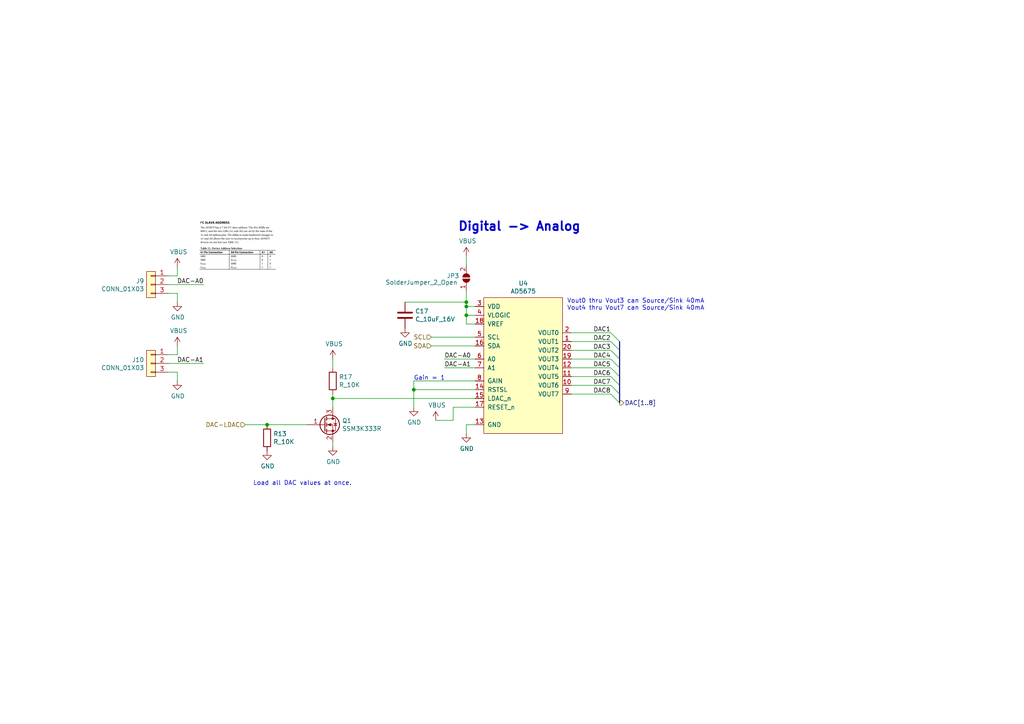
<source format=kicad_sch>
(kicad_sch (version 20211123) (generator eeschema)
  (paper "A4")
  (lib_symbols
    (symbol "Jumper:SolderJumper_2_Open" (pin_names (offset 0) hide)
      (property "Reference" "JP" (at 0 2.032 0))
      (property "Value" "SolderJumper_2_Open" (at 0 -2.54 0))
      (symbol "SolderJumper_2_Open_0_1"
        (arc (start -0.254 1.016) (mid -1.27 0) (end -0.254 -1.016))
        (arc (start -0.254 1.016) (mid -1.27 0) (end -0.254 -1.016) (fill (type outline)))
        (polyline (pts (xy -0.254 1.016) (xy -0.254 -1.016)))
        (polyline (pts (xy 0.254 1.016) (xy 0.254 -1.016)))
        (arc (start 0.254 -1.016) (mid 1.27 0) (end 0.254 1.016))
        (arc (start 0.254 -1.016) (mid 1.27 0) (end 0.254 1.016) (fill (type outline)))
      )
      (symbol "SolderJumper_2_Open_1_1"
        (pin passive line (at -3.81 0 0) (length 2.54) (name "A") (number "1"))
        (pin passive line (at 3.81 0 180) (length 2.54) (name "B") (number "2"))
      )
    )
    (symbol "formula:AD5675" (pin_names (offset 1.016))
      (property "Reference" "U" (at 20.32 40.64 0))
      (property "Value" "AD5675" (at 0 40.64 0))
      (symbol "AD5675_0_0"
        (pin output line (at 25.4 26.67 180) (length 2.54) (name "VOUT1") (number "1"))
        (pin output line (at 25.4 13.97 180) (length 2.54) (name "VOUT6") (number "10"))
        (pin output line (at 25.4 16.51 180) (length 2.54) (name "VOUT5") (number "11"))
        (pin output line (at 25.4 19.05 180) (length 2.54) (name "VOUT4") (number "12"))
        (pin power_in line (at -2.54 2.54 0) (length 2.54) (name "GND") (number "13"))
        (pin input line (at -2.54 12.7 0) (length 2.54) (name "RSTSL") (number "14"))
        (pin input line (at -2.54 10.16 0) (length 2.54) (name "LDAC_n") (number "15"))
        (pin bidirectional line (at -2.54 25.4 0) (length 2.54) (name "SDA") (number "16"))
        (pin input line (at -2.54 7.62 0) (length 2.54) (name "RESET_n") (number "17"))
        (pin power_in line (at -2.54 31.75 0) (length 2.54) (name "VREF") (number "18"))
        (pin output line (at 25.4 21.59 180) (length 2.54) (name "VOUT3") (number "19"))
        (pin output line (at 25.4 29.21 180) (length 2.54) (name "VOUT0") (number "2"))
        (pin output line (at 25.4 24.13 180) (length 2.54) (name "VOUT2") (number "20"))
        (pin power_in line (at -2.54 36.83 0) (length 2.54) (name "VDD") (number "3"))
        (pin power_in line (at -2.54 34.29 0) (length 2.54) (name "VLOGIC") (number "4"))
        (pin bidirectional line (at -2.54 27.94 0) (length 2.54) (name "SCL") (number "5"))
        (pin input line (at -2.54 21.59 0) (length 2.54) (name "A0") (number "6"))
        (pin input line (at -2.54 19.05 0) (length 2.54) (name "A1") (number "7"))
        (pin input line (at -2.54 15.24 0) (length 2.54) (name "GAIN") (number "8"))
        (pin output line (at 25.4 11.43 180) (length 2.54) (name "VOUT7") (number "9"))
      )
      (symbol "AD5675_0_1"
        (rectangle (start 0 0) (end 22.86 39.37) (fill (type background)))
      )
    )
    (symbol "formula:CONN_01X03" (pin_names (offset 0.0254) hide)
      (property "Reference" "J" (at 0 5.08 0))
      (property "Value" "CONN_01X03" (at 0 -5.08 0))
      (symbol "CONN_01X03_0_1"
        (rectangle (start -2.54 -2.413) (end -1.27 -2.667))
        (rectangle (start -2.54 0.127) (end -1.27 -0.127))
        (rectangle (start -2.54 2.667) (end -1.27 2.413))
        (rectangle (start -2.54 3.81) (end 0 -3.81) (fill (type background)))
      )
      (symbol "CONN_01X03_1_1"
        (pin passive line (at -6.35 2.54 0) (length 3.81) (name "P1") (number "1"))
        (pin passive line (at -6.35 0 0) (length 3.81) (name "P2") (number "2"))
        (pin passive line (at -6.35 -2.54 0) (length 3.81) (name "P3") (number "3"))
      )
    )
    (symbol "formula:C_10uF_16V" (pin_numbers hide) (pin_names (offset 0.254))
      (property "Reference" "C" (at 0.635 2.54 0))
      (property "Value" "C_10uF_16V" (at 0.635 -2.54 0))
      (symbol "C_10uF_16V_0_1"
        (polyline (pts (xy -2.032 -0.762) (xy 2.032 -0.762)) (stroke (width 0.508)))
        (polyline (pts (xy -2.032 0.762) (xy 2.032 0.762)) (stroke (width 0.508)))
      )
      (symbol "C_10uF_16V_1_1"
        (pin passive line (at 0 3.81 270) (length 2.794) (name "~") (number "1"))
        (pin passive line (at 0 -3.81 90) (length 2.794) (name "~") (number "2"))
      )
    )
    (symbol "formula:R_10K" (pin_numbers hide) (pin_names (offset 0))
      (property "Reference" "R" (at 2.032 0 90))
      (property "Value" "R_10K" (at -2.54 0 90))
      (symbol "R_10K_0_1"
        (rectangle (start -1.016 -2.54) (end 1.016 2.54) (stroke (width 0.254)))
      )
      (symbol "R_10K_1_1"
        (pin passive line (at 0 3.81 270) (length 1.27) (name "~") (number "1"))
        (pin passive line (at 0 -3.81 90) (length 1.27) (name "~") (number "2"))
      )
    )
    (symbol "formula:SSM3K333R" (pin_names (offset 0) hide)
      (property "Reference" "Q" (at 5.08 1.905 0))
      (property "Value" "SSM3K333R" (at 5.08 0 0))
      (symbol "SSM3K333R_0_1"
        (polyline (pts (xy 0.762 -1.778) (xy 2.54 -1.778)))
        (polyline (pts (xy 0.762 -1.27) (xy 0.762 -2.286)) (stroke (width 0.254)))
        (polyline (pts (xy 0.762 0) (xy 2.54 0)))
        (polyline (pts (xy 0.762 0.508) (xy 0.762 -0.508)) (stroke (width 0.254)))
        (polyline (pts (xy 0.762 1.778) (xy 2.54 1.778)))
        (polyline (pts (xy 0.762 2.286) (xy 0.762 1.27)) (stroke (width 0.254)))
        (polyline (pts (xy 2.54 -1.778) (xy 2.54 -2.54)))
        (polyline (pts (xy 2.54 -1.778) (xy 2.54 0)))
        (polyline (pts (xy 2.54 2.54) (xy 2.54 1.778)))
        (polyline (pts (xy 0.254 1.905) (xy 0.254 -1.905) (xy 0.254 -1.905)) (stroke (width 0.254)))
        (polyline (pts (xy 1.016 0) (xy 2.032 0.381) (xy 2.032 -0.381) (xy 1.016 0)) (fill (type outline)))
        (polyline (pts (xy 2.54 -1.778) (xy 3.302 -1.778) (xy 3.302 1.778) (xy 2.54 1.778)))
        (polyline (pts (xy 2.794 0.508) (xy 2.921 0.381) (xy 3.683 0.381) (xy 3.81 0.254)))
        (polyline (pts (xy 3.302 0.381) (xy 2.921 -0.254) (xy 3.683 -0.254) (xy 3.302 0.381)))
        (circle (center 1.651 0) (radius 2.8194) (stroke (width 0.254)))
        (circle (center 2.54 -1.778) (radius 0.2794) (fill (type outline)))
        (circle (center 2.54 1.778) (radius 0.2794) (fill (type outline)))
      )
      (symbol "SSM3K333R_1_1"
        (pin input line (at -5.08 0 0) (length 5.334) (name "G") (number "1"))
        (pin passive line (at 2.54 -5.08 90) (length 2.54) (name "S") (number "2"))
        (pin passive line (at 2.54 5.08 270) (length 2.54) (name "D") (number "3"))
      )
    )
    (symbol "power:GND" (power) (pin_names (offset 0))
      (property "Value" "GND" (at 0 -3.81 0))
      (symbol "GND_0_1"
        (polyline (pts (xy 0 0) (xy 0 -1.27) (xy 1.27 -1.27) (xy 0 -2.54) (xy -1.27 -1.27) (xy 0 -1.27)))
      )
      (symbol "GND_1_1"
        (pin power_in line (at 0 0 270) (length 0) hide (name "GND") (number "1"))
      )
    )
    (symbol "power:VBUS" (power) (pin_names (offset 0))
      (property "Value" "VBUS" (at 0 3.81 0))
      (symbol "VBUS_0_1"
        (polyline (pts (xy -0.762 1.27) (xy 0 2.54)))
        (polyline (pts (xy 0 0) (xy 0 2.54)))
        (polyline (pts (xy 0 2.54) (xy 0.762 1.27)))
      )
      (symbol "VBUS_1_1"
        (pin power_in line (at 0 0 90) (length 0) hide (name "VBUS") (number "1"))
      )
    )
  )
  (junction (at 135.255 88.9))
  (junction (at 77.47 123.19))
  (junction (at 96.52 115.57))
  (junction (at 135.255 87.63))
  (junction (at 120.015 113.03))
  (junction (at 135.255 91.44))
  (bus_entry (at 177.165 114.3) (size 2.54 2.54))
  (bus_entry (at 177.165 111.76) (size 2.54 2.54))
  (bus_entry (at 177.165 109.22) (size 2.54 2.54))
  (bus_entry (at 177.165 106.68) (size 2.54 2.54))
  (bus_entry (at 177.165 96.52) (size 2.54 2.54))
  (bus_entry (at 177.165 99.06) (size 2.54 2.54))
  (bus_entry (at 177.165 101.6) (size 2.54 2.54))
  (bus_entry (at 177.165 104.14) (size 2.54 2.54))
  (wire (pts (xy 71.12 123.19) (xy 77.47 123.19)))
  (wire (pts (xy 165.735 111.76) (xy 177.165 111.76)))
  (wire (pts (xy 131.445 121.92) (xy 131.445 118.11)))
  (bus (pts (xy 179.705 101.6) (xy 179.705 104.14)))
  (bus (pts (xy 179.705 99.06) (xy 179.705 101.6)))
  (bus (pts (xy 179.705 106.68) (xy 179.705 109.22)))
  (wire (pts (xy 165.735 99.06) (xy 177.165 99.06)))
  (wire (pts (xy 137.795 88.9) (xy 135.255 88.9)))
  (wire (pts (xy 117.475 87.63) (xy 135.255 87.63)))
  (wire (pts (xy 120.015 113.03) (xy 137.795 113.03)))
  (wire (pts (xy 77.47 123.19) (xy 88.9 123.19)))
  (wire (pts (xy 135.255 84.455) (xy 135.255 87.63)))
  (bus (pts (xy 179.705 104.14) (xy 179.705 106.68)))
  (wire (pts (xy 165.735 96.52) (xy 177.165 96.52)))
  (wire (pts (xy 96.52 115.57) (xy 137.795 115.57)))
  (wire (pts (xy 96.52 114.3) (xy 96.52 115.57)))
  (bus (pts (xy 179.705 114.3) (xy 179.705 116.84)))
  (wire (pts (xy 120.015 110.49) (xy 120.015 113.03)))
  (wire (pts (xy 48.895 107.95) (xy 51.435 107.95)))
  (wire (pts (xy 51.435 100.33) (xy 51.435 102.87)))
  (wire (pts (xy 120.015 118.11) (xy 120.015 113.03)))
  (bus (pts (xy 179.705 109.22) (xy 179.705 111.76)))
  (wire (pts (xy 51.435 80.01) (xy 48.895 80.01)))
  (wire (pts (xy 126.365 121.92) (xy 131.445 121.92)))
  (wire (pts (xy 51.435 77.47) (xy 51.435 80.01)))
  (wire (pts (xy 135.255 87.63) (xy 135.255 88.9)))
  (wire (pts (xy 125.095 97.79) (xy 137.795 97.79)))
  (wire (pts (xy 51.435 107.95) (xy 51.435 110.49)))
  (wire (pts (xy 96.52 129.54) (xy 96.52 128.27)))
  (wire (pts (xy 51.435 102.87) (xy 48.895 102.87)))
  (wire (pts (xy 131.445 118.11) (xy 137.795 118.11)))
  (wire (pts (xy 59.055 82.55) (xy 48.895 82.55)))
  (wire (pts (xy 125.095 100.33) (xy 137.795 100.33)))
  (wire (pts (xy 96.52 104.14) (xy 96.52 106.68)))
  (wire (pts (xy 137.795 106.68) (xy 128.905 106.68)))
  (bus (pts (xy 179.705 111.76) (xy 179.705 114.3)))
  (wire (pts (xy 165.735 109.22) (xy 177.165 109.22)))
  (wire (pts (xy 135.255 93.98) (xy 135.255 91.44)))
  (wire (pts (xy 135.255 123.19) (xy 135.255 125.73)))
  (wire (pts (xy 137.795 123.19) (xy 135.255 123.19)))
  (wire (pts (xy 165.735 101.6) (xy 177.165 101.6)))
  (wire (pts (xy 51.435 85.09) (xy 51.435 87.63)))
  (wire (pts (xy 135.255 74.295) (xy 135.255 76.835)))
  (wire (pts (xy 135.255 88.9) (xy 135.255 91.44)))
  (wire (pts (xy 165.735 104.14) (xy 177.165 104.14)))
  (wire (pts (xy 128.905 104.14) (xy 137.795 104.14)))
  (wire (pts (xy 135.255 91.44) (xy 137.795 91.44)))
  (wire (pts (xy 165.735 114.3) (xy 177.165 114.3)))
  (wire (pts (xy 165.735 106.68) (xy 177.165 106.68)))
  (wire (pts (xy 137.795 93.98) (xy 135.255 93.98)))
  (wire (pts (xy 59.055 105.41) (xy 48.895 105.41)))
  (wire (pts (xy 96.52 115.57) (xy 96.52 118.11)))
  (wire (pts (xy 120.015 110.49) (xy 137.795 110.49)))
  (wire (pts (xy 48.895 85.09) (xy 51.435 85.09)))
  (image (at 68.961 71.12) (scale 0.5))
  (text "Vout0 thru Vout3 can Source/Sink 40mA\nVout4 thru Vout7 can Source/Sink 40mA " (at 164.465 90.17 0) (effects (font (size 1.27 1.27)) (justify left bottom)))
  (text "Load all DAC values at once." (at 73.406 140.97 0) (effects (font (size 1.27 1.27)) (justify left bottom)))
  (text "Digital -> Analog" (at 132.715 67.31 0) (effects (font (size 2.54 2.54) (thickness 0.508) bold) (justify left bottom)))
  (text "Gain = 1" (at 120.015 110.49 0) (effects (font (size 1.27 1.27)) (justify left bottom)))
  (label "DAC-A1" (at 128.905 106.68 0))
  (label "DAC1" (at 172.085 96.52 0))
  (label "DAC5" (at 172.085 106.68 0))
  (label "DAC3" (at 172.085 101.6 0))
  (label "DAC-A0" (at 59.055 82.55 180))
  (label "DAC-A1" (at 59.055 105.41 180))
  (label "DAC4" (at 172.085 104.14 0))
  (label "DAC7" (at 172.085 111.76 0))
  (label "DAC2" (at 172.085 99.06 0))
  (label "DAC6" (at 172.085 109.22 0))
  (label "DAC8" (at 172.085 114.3 0))
  (label "DAC-A0" (at 128.905 104.14 0))
  (hierarchical_label "DAC[1..8]" (shape output) (at 179.705 116.84 0))
  (hierarchical_label "DAC-LDAC" (shape input) (at 71.12 123.19 180))
  (hierarchical_label "SDA" (shape input) (at 125.095 100.33 180))
  (hierarchical_label "SCL" (shape input) (at 125.095 97.79 180))
  (symbol (lib_id "power:GND") (at 96.52 129.54 0) (unit 1)
    (property "Reference" "#PWR?" (effects hide))
    (property "Value" "GND" (at 96.647 133.9342 0))
  )
  (symbol (lib_id "power:GND") (at 51.435 87.63 0) (unit 1)
    (property "Reference" "#PWR?" (effects hide))
    (property "Value" "GND" (at 51.562 92.0242 0))
  )
  (symbol (lib_id "formula:R_10K") (at 77.47 127 0) (unit 1)
    (property "Reference" "R13" (at 79.248 125.8316 0) (effects (justify left)))
    (property "Value" "R_10K" (at 79.248 128.143 0) (effects (justify left)))
    (property "Footprint" "footprints:R_0805_OEM" (effects hide))
    (property "Datasheet" "http://www.bourns.com/data/global/pdfs/CRS.pdf" (effects hide))
    (property "MFN" "DK" (effects hide))
    (property "MPN" "CRS0805-FX-1002ELFCT-ND" (effects hide))
    (property "PurchasingLink" "https://www.digikey.com/products/en?keywords=CRS0805-FX-1002ELFCT-ND" (effects hide))
  )
  (symbol (lib_id "power:GND") (at 135.255 125.73 0) (unit 1)
    (property "Reference" "#PWR?" (effects hide))
    (property "Value" "GND" (at 135.382 130.1242 0))
  )
  (symbol (lib_id "power:GND") (at 120.015 118.11 0) (unit 1)
    (property "Reference" "#PWR?" (effects hide))
    (property "Value" "GND" (at 120.142 122.5042 0))
  )
  (symbol (lib_id "formula:R_10K") (at 96.52 110.49 0) (unit 1)
    (property "Reference" "R17" (at 98.298 109.3216 0) (effects (justify left)))
    (property "Value" "R_10K" (at 98.298 111.633 0) (effects (justify left)))
    (property "Footprint" "footprints:R_0805_OEM" (effects hide))
    (property "Datasheet" "http://www.bourns.com/data/global/pdfs/CRS.pdf" (effects hide))
    (property "MFN" "DK" (effects hide))
    (property "MPN" "CRS0805-FX-1002ELFCT-ND" (effects hide))
    (property "PurchasingLink" "https://www.digikey.com/products/en?keywords=CRS0805-FX-1002ELFCT-ND" (effects hide))
  )
  (symbol (lib_id "Jumper:SolderJumper_2_Open") (at 135.255 80.645 90) (unit 1)
    (property "Reference" "JP3" (at 129.54 80.01 90) (effects (justify right)))
    (property "Value" "SolderJumper_2_Open" (at 111.76 81.915 90) (effects (justify right)))
    (property "Footprint" "Jumper:SolderJumper-2_P1.3mm_Open_RoundedPad1.0x1.5mm" (effects hide))
  )
  (symbol (lib_id "formula:CONN_01X03") (at 42.545 105.41 0) (mirror y) (unit 1)
    (property "Reference" "J10" (at 41.8338 104.3686 0) (effects (justify left)))
    (property "Value" "CONN_01X03" (at 41.8338 106.68 0) (effects (justify left)))
    (property "Footprint" "footprints:PinHeader_1x03_P2.54mm_Vertical" (effects hide))
    (property "Datasheet" "https://www.mouser.com/datasheet/2/181/M20-999-1218971.pdf" (effects hide))
    (property "MFN" "Mouser" (effects hide))
    (property "MPN" "855-M20-9990346" (effects hide))
    (property "PurchasingLink" "https://www.mouser.com/ProductDetail/Harwin/M20-9990346?qs=sGAEpiMZZMs%252bGHln7q6pmzlZUuX%2f53qj1ROyRKct5o4%3d" (effects hide))
  )
  (symbol (lib_id "formula:AD5675") (at 140.335 125.73 0) (unit 1)
    (property "Reference" "U4" (at 151.765 82.169 0))
    (property "Value" "AD5675" (at 151.765 84.4804 0))
    (property "Footprint" "footprints:SOP65P640X120-20N_AD" (effects hide))
    (property "Datasheet" "https://www.analog.com/media/en/technical-documentation/data-sheets/AD5675.pdf" (effects hide))
    (property "MFN" "Analog" (effects hide))
    (property "MPN" "AD5675ARUZ-REEL7" (effects hide))
    (property "PurchasingLink" "https://www.digikey.com/en/products/detail/analog-devices-inc/AD5675ARUZ-REEL7/5408973" (effects hide))
  )
  (symbol (lib_id "power:VBUS") (at 51.435 100.33 0) (unit 1)
    (property "Reference" "#PWR?" (effects hide))
    (property "Value" "VBUS" (at 51.816 95.9358 0))
  )
  (symbol (lib_id "power:VBUS") (at 126.365 121.92 0) (unit 1)
    (property "Reference" "#PWR?" (effects hide))
    (property "Value" "VBUS" (at 126.746 117.5258 0))
  )
  (symbol (lib_id "formula:SSM3K333R") (at 93.98 123.19 0) (unit 1)
    (property "Reference" "Q1" (at 99.2124 122.0216 0) (effects (justify left)))
    (property "Value" "SSM3K333R" (at 99.2124 124.333 0) (effects (justify left)))
    (property "Footprint" "footprints:SOT-23F" (effects hide))
    (property "Datasheet" "https://drive.google.com/drive/folders/0B-V-iZf33Y4GNzhDQTJZanJRbVk" (effects hide))
    (property "MFN" "DK" (effects hide))
    (property "MPN" "SSM3K333RLFCT-ND" (effects hide))
    (property "PurchasingLink" "https://www.digikey.com/product-detail/en/toshiba-semiconductor-and-storage/SSM3K333RLF/SSM3K333RLFCT-ND/3522391" (effects hide))
  )
  (symbol (lib_id "formula:CONN_01X03") (at 42.545 82.55 0) (mirror y) (unit 1)
    (property "Reference" "J9" (at 41.8338 81.5086 0) (effects (justify left)))
    (property "Value" "CONN_01X03" (at 41.8338 83.82 0) (effects (justify left)))
    (property "Footprint" "footprints:PinHeader_1x03_P2.54mm_Vertical" (effects hide))
    (property "Datasheet" "https://www.mouser.com/datasheet/2/181/M20-999-1218971.pdf" (effects hide))
    (property "MFN" "Mouser" (effects hide))
    (property "MPN" "855-M20-9990346" (effects hide))
    (property "PurchasingLink" "https://www.mouser.com/ProductDetail/Harwin/M20-9990346?qs=sGAEpiMZZMs%252bGHln7q6pmzlZUuX%2f53qj1ROyRKct5o4%3d" (effects hide))
  )
  (symbol (lib_id "power:VBUS") (at 51.435 77.47 0) (unit 1)
    (property "Reference" "#PWR?" (effects hide))
    (property "Value" "VBUS" (at 51.816 73.0758 0))
  )
  (symbol (lib_id "power:GND") (at 117.475 95.25 0) (unit 1)
    (property "Reference" "#PWR?" (effects hide))
    (property "Value" "GND" (at 117.602 99.6442 0))
  )
  (symbol (lib_id "power:GND") (at 51.435 110.49 0) (unit 1)
    (property "Reference" "#PWR?" (effects hide))
    (property "Value" "GND" (at 51.562 114.8842 0))
  )
  (symbol (lib_id "power:VBUS") (at 96.52 104.14 0) (unit 1)
    (property "Reference" "#PWR?" (effects hide))
    (property "Value" "VBUS" (at 96.901 99.7458 0))
  )
  (symbol (lib_id "power:GND") (at 77.47 130.81 0) (unit 1)
    (property "Reference" "#PWR?" (effects hide))
    (property "Value" "GND" (at 77.597 135.2042 0))
  )
  (symbol (lib_id "formula:C_10uF_16V") (at 117.475 91.44 0) (unit 1)
    (property "Reference" "C17" (at 120.396 90.2716 0) (effects (justify left)))
    (property "Value" "C_10uF_16V" (at 120.396 92.583 0) (effects (justify left)))
    (property "Footprint" "footprints:C_0805_OEM" (effects hide))
    (property "MFN" "DK" (effects hide))
    (property "MPN" "1276-2399-1-ND" (effects hide))
    (property "PurchasingLink" "https://www.digikey.com/product-detail/en/samsung-electro-mechanics/CL21A106KOCLRNC/1276-2399-1-ND/3890485" (effects hide))
  )
  (symbol (lib_id "power:VBUS") (at 135.255 74.295 0) (unit 1)
    (property "Reference" "#PWR?" (effects hide))
    (property "Value" "VBUS" (at 135.636 69.9008 0))
  )
)
</source>
